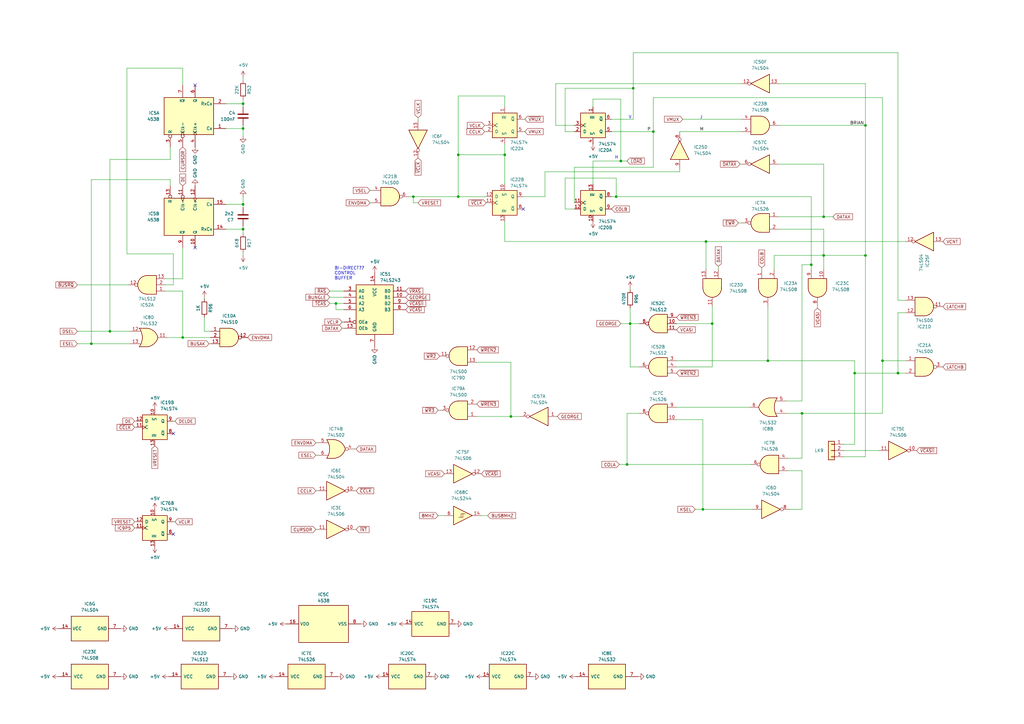
<source format=kicad_sch>
(kicad_sch (version 20230121) (generator eeschema)
  (paper "A3")
  (junction (at 254.635 66.04))
  (junction (at 337.82 88.9))
  (junction (at 332.74 108.585))
  (junction (at 328.93 169.545))
  (junction (at 292.1 132.715))
  (junction (at 259.715 36.195))
  (junction (at 99.695 42.545))
  (junction (at 207.01 63.5))
  (junction (at 45.085 135.89))
  (junction (at 74.93 138.43))
  (junction (at 288.29 208.915))
  (junction (at 314.96 147.955))
  (junction (at 187.96 63.5))
  (junction (at 169.545 80.645))
  (junction (at 337.82 104.775))
  (junction (at 99.695 52.705))
  (junction (at 368.3 153.035))
  (junction (at 289.56 99.06))
  (junction (at 354.965 51.435))
  (junction (at 267.97 53.975))
  (junction (at 252.73 80.645))
  (junction (at 257.175 190.5))
  (junction (at 361.95 147.955))
  (junction (at 258.445 132.715))
  (junction (at 137.795 124.46))
  (junction (at 354.965 104.775))
  (junction (at 37.465 140.97))
  (junction (at 99.695 83.82))
  (junction (at 209.55 170.815))
  (junction (at 187.96 80.645))
  (junction (at 99.695 93.98))
  (junction (at 350.52 153.035))
  (no_connect (at 71.12 177.8))
  (no_connect (at 80.01 101.6))
  (no_connect (at 71.12 219.075))
  (no_connect (at 214.63 85.725))
  (no_connect (at 80.01 34.925))
  (wire (pts (xy 312.42 109.855) (xy 312.42 110.49)))
  (wire (pts (xy 319.405 88.9) (xy 337.82 88.9)))
  (wire (pts (xy 52.07 27.94) (xy 74.93 27.94)))
  (wire (pts (xy 235.585 85.725) (xy 231.775 85.725)))
  (wire (pts (xy 288.29 172.085) (xy 277.495 172.085)))
  (wire (pts (xy 332.74 108.585) (xy 332.74 110.49)))
  (wire (pts (xy 31.75 135.89) (xy 45.085 135.89)))
  (wire (pts (xy 235.585 68.58) (xy 267.97 68.58)))
  (wire (pts (xy 323.85 208.915) (xy 328.93 208.915)))
  (wire (pts (xy 328.93 164.465) (xy 328.93 108.585)))
  (wire (pts (xy 187.96 39.37) (xy 207.01 39.37)))
  (wire (pts (xy 198.755 53.975) (xy 199.39 53.975)))
  (wire (pts (xy 288.29 208.915) (xy 288.29 172.085)))
  (wire (pts (xy 371.475 128.27) (xy 368.3 128.27)))
  (wire (pts (xy 350.52 153.035) (xy 368.3 153.035)))
  (wire (pts (xy 74.93 27.94) (xy 74.93 34.925)))
  (wire (pts (xy 69.85 65.405) (xy 69.85 60.325)))
  (wire (pts (xy 55.245 172.72) (xy 55.88 172.72)))
  (wire (pts (xy 167.64 80.645) (xy 169.545 80.645)))
  (wire (pts (xy 207.01 63.5) (xy 207.01 75.565)))
  (wire (pts (xy 86.36 135.89) (xy 83.82 135.89)))
  (wire (pts (xy 55.245 175.26) (xy 55.88 175.26)))
  (wire (pts (xy 207.01 99.06) (xy 289.56 99.06)))
  (wire (pts (xy 257.175 169.545) (xy 257.175 190.5)))
  (wire (pts (xy 140.335 134.62) (xy 140.97 134.62)))
  (wire (pts (xy 354.965 104.775) (xy 354.965 187.325)))
  (wire (pts (xy 322.58 169.545) (xy 328.93 169.545)))
  (wire (pts (xy 328.93 208.915) (xy 328.93 193.04)))
  (wire (pts (xy 361.95 40.005) (xy 267.97 40.005)))
  (wire (pts (xy 207.01 39.37) (xy 207.01 43.815)))
  (wire (pts (xy 322.58 164.465) (xy 328.93 164.465)))
  (wire (pts (xy 99.695 83.82) (xy 99.695 80.645)))
  (wire (pts (xy 99.695 42.545) (xy 99.695 40.64)))
  (wire (pts (xy 280.035 48.895) (xy 304.165 48.895)))
  (wire (pts (xy 74.93 119.38) (xy 74.93 138.43)))
  (wire (pts (xy 277.495 150.495) (xy 292.1 150.495)))
  (wire (pts (xy 53.34 140.97) (xy 37.465 140.97)))
  (wire (pts (xy 258.445 118.11) (xy 258.445 118.745)))
  (wire (pts (xy 337.82 93.98) (xy 337.82 104.775)))
  (wire (pts (xy 257.175 190.5) (xy 307.975 190.5)))
  (wire (pts (xy 231.775 36.195) (xy 259.715 36.195)))
  (wire (pts (xy 259.715 48.895) (xy 250.825 48.895)))
  (wire (pts (xy 68.58 138.43) (xy 74.93 138.43)))
  (wire (pts (xy 140.97 121.92) (xy 135.255 121.92)))
  (wire (pts (xy 151.765 78.105) (xy 152.4 78.105)))
  (wire (pts (xy 292.1 150.495) (xy 292.1 132.715)))
  (wire (pts (xy 278.765 70.485) (xy 223.52 70.485)))
  (wire (pts (xy 302.895 91.44) (xy 304.165 91.44)))
  (wire (pts (xy 350.52 147.955) (xy 350.52 153.035)))
  (wire (pts (xy 350.52 153.035) (xy 350.52 182.245)))
  (wire (pts (xy 195.58 148.59) (xy 209.55 148.59)))
  (wire (pts (xy 254.635 66.04) (xy 243.205 66.04)))
  (wire (pts (xy 187.96 80.645) (xy 199.39 80.645)))
  (wire (pts (xy 314.96 147.955) (xy 350.52 147.955)))
  (wire (pts (xy 169.545 80.645) (xy 169.545 83.185)))
  (wire (pts (xy 337.82 104.775) (xy 337.82 110.49)))
  (wire (pts (xy 99.695 52.705) (xy 92.71 52.705)))
  (wire (pts (xy 354.965 34.29) (xy 354.965 51.435)))
  (wire (pts (xy 99.695 93.98) (xy 92.71 93.98)))
  (wire (pts (xy 67.945 119.38) (xy 74.93 119.38)))
  (wire (pts (xy 354.965 51.435) (xy 354.965 104.775)))
  (wire (pts (xy 71.755 172.72) (xy 71.12 172.72)))
  (wire (pts (xy 99.695 93.98) (xy 99.695 95.885)))
  (wire (pts (xy 350.52 182.245) (xy 346.075 182.245)))
  (wire (pts (xy 243.205 40.64) (xy 254.635 40.64)))
  (wire (pts (xy 137.795 124.46) (xy 140.97 124.46)))
  (wire (pts (xy 361.95 147.955) (xy 361.95 40.005)))
  (wire (pts (xy 314.96 125.73) (xy 314.96 147.955)))
  (wire (pts (xy 319.405 67.31) (xy 337.82 67.31)))
  (wire (pts (xy 278.765 69.215) (xy 278.765 70.485)))
  (wire (pts (xy 179.705 211.455) (xy 182.245 211.455)))
  (wire (pts (xy 328.93 108.585) (xy 332.74 108.585)))
  (wire (pts (xy 227.965 51.435) (xy 235.585 51.435)))
  (wire (pts (xy 99.695 43.815) (xy 99.695 42.545)))
  (wire (pts (xy 223.52 80.645) (xy 214.63 80.645)))
  (wire (pts (xy 332.74 80.645) (xy 332.74 108.585)))
  (wire (pts (xy 85.725 140.97) (xy 86.36 140.97)))
  (wire (pts (xy 262.255 150.495) (xy 258.445 150.495)))
  (wire (pts (xy 169.545 83.185) (xy 171.45 83.185)))
  (wire (pts (xy 319.405 51.435) (xy 354.965 51.435)))
  (wire (pts (xy 346.075 187.325) (xy 354.965 187.325)))
  (wire (pts (xy 45.085 65.405) (xy 69.85 65.405)))
  (wire (pts (xy 328.93 193.04) (xy 323.215 193.04)))
  (wire (pts (xy 259.715 36.195) (xy 259.715 48.895)))
  (wire (pts (xy 99.695 31.75) (xy 99.695 33.02)))
  (wire (pts (xy 277.495 132.715) (xy 292.1 132.715)))
  (wire (pts (xy 195.58 170.815) (xy 209.55 170.815)))
  (wire (pts (xy 74.93 138.43) (xy 86.36 138.43)))
  (wire (pts (xy 67.945 116.84) (xy 71.12 116.84)))
  (wire (pts (xy 209.55 170.815) (xy 213.36 170.815)))
  (wire (pts (xy 151.765 83.185) (xy 152.4 83.185)))
  (wire (pts (xy 146.05 184.15) (xy 145.415 184.15)))
  (wire (pts (xy 129.54 181.61) (xy 130.175 181.61)))
  (wire (pts (xy 67.945 114.3) (xy 74.93 114.3)))
  (wire (pts (xy 243.205 43.815) (xy 243.205 40.64)))
  (wire (pts (xy 361.95 169.545) (xy 361.95 147.955)))
  (wire (pts (xy 254.635 40.64) (xy 254.635 66.04)))
  (wire (pts (xy 146.05 201.295) (xy 145.415 201.295)))
  (wire (pts (xy 179.705 168.275) (xy 180.34 168.275)))
  (wire (pts (xy 140.97 127) (xy 137.795 127)))
  (wire (pts (xy 304.165 34.29) (xy 227.965 34.29)))
  (wire (pts (xy 319.405 34.29) (xy 354.965 34.29)))
  (wire (pts (xy 31.75 116.84) (xy 52.705 116.84)))
  (wire (pts (xy 289.56 99.06) (xy 371.475 99.06)))
  (wire (pts (xy 74.93 114.3) (xy 74.93 101.6)))
  (wire (pts (xy 99.695 85.09) (xy 99.695 83.82)))
  (wire (pts (xy 368.3 21.59) (xy 368.3 123.19)))
  (wire (pts (xy 129.54 186.69) (xy 130.175 186.69)))
  (wire (pts (xy 31.75 140.97) (xy 37.465 140.97)))
  (wire (pts (xy 215.265 48.895) (xy 214.63 48.895)))
  (wire (pts (xy 259.715 21.59) (xy 368.3 21.59)))
  (wire (pts (xy 53.34 135.89) (xy 45.085 135.89)))
  (wire (pts (xy 209.55 148.59) (xy 209.55 170.815)))
  (wire (pts (xy 258.445 132.715) (xy 258.445 150.495)))
  (wire (pts (xy 278.765 53.975) (xy 304.165 53.975)))
  (wire (pts (xy 252.73 73.025) (xy 252.73 80.645)))
  (wire (pts (xy 254.635 132.715) (xy 258.445 132.715)))
  (wire (pts (xy 146.05 217.17) (xy 145.415 217.17)))
  (wire (pts (xy 335.28 126.365) (xy 335.28 125.73)))
  (wire (pts (xy 187.96 63.5) (xy 187.96 39.37)))
  (wire (pts (xy 99.695 104.775) (xy 99.695 103.505)))
  (wire (pts (xy 262.255 169.545) (xy 257.175 169.545)))
  (wire (pts (xy 137.795 127) (xy 137.795 124.46)))
  (wire (pts (xy 259.715 36.195) (xy 259.715 21.59)))
  (wire (pts (xy 258.445 126.365) (xy 258.445 132.715)))
  (wire (pts (xy 250.825 80.645) (xy 252.73 80.645)))
  (wire (pts (xy 243.205 66.04) (xy 243.205 75.565)))
  (wire (pts (xy 135.255 119.38) (xy 140.97 119.38)))
  (wire (pts (xy 254.635 66.04) (xy 257.175 66.04)))
  (wire (pts (xy 197.485 211.455) (xy 200.025 211.455)))
  (wire (pts (xy 71.12 116.84) (xy 71.12 104.14)))
  (wire (pts (xy 346.075 184.785) (xy 360.68 184.785)))
  (wire (pts (xy 99.695 83.82) (xy 92.71 83.82)))
  (wire (pts (xy 337.82 104.775) (xy 354.965 104.775)))
  (wire (pts (xy 169.545 80.645) (xy 187.96 80.645)))
  (wire (pts (xy 267.97 53.975) (xy 250.825 53.975)))
  (wire (pts (xy 368.3 128.27) (xy 368.3 153.035)))
  (wire (pts (xy 83.82 135.89) (xy 83.82 130.175)))
  (wire (pts (xy 99.695 51.435) (xy 99.695 52.705)))
  (wire (pts (xy 254 190.5) (xy 257.175 190.5)))
  (wire (pts (xy 277.495 147.955) (xy 314.96 147.955)))
  (wire (pts (xy 294.64 109.22) (xy 294.64 110.49)))
  (wire (pts (xy 285.115 208.915) (xy 288.29 208.915)))
  (wire (pts (xy 323.215 187.96) (xy 328.93 187.96)))
  (wire (pts (xy 328.93 169.545) (xy 328.93 187.96)))
  (wire (pts (xy 252.73 80.645) (xy 332.74 80.645)))
  (wire (pts (xy 37.465 140.97) (xy 37.465 73.66)))
  (wire (pts (xy 258.445 132.715) (xy 262.255 132.715)))
  (wire (pts (xy 231.775 73.025) (xy 252.73 73.025)))
  (wire (pts (xy 99.695 92.71) (xy 99.695 93.98)))
  (wire (pts (xy 223.52 70.485) (xy 223.52 80.645)))
  (wire (pts (xy 267.97 68.58) (xy 267.97 53.975)))
  (wire (pts (xy 52.07 104.14) (xy 52.07 27.94)))
  (wire (pts (xy 303.53 67.31) (xy 304.165 67.31)))
  (wire (pts (xy 198.755 51.435) (xy 199.39 51.435)))
  (wire (pts (xy 267.97 40.005) (xy 267.97 53.975)))
  (wire (pts (xy 171.45 49.53) (xy 171.45 48.26)))
  (wire (pts (xy 137.795 124.46) (xy 135.255 124.46)))
  (wire (pts (xy 55.245 216.535) (xy 55.88 216.535)))
  (wire (pts (xy 289.56 99.06) (xy 289.56 110.49)))
  (wire (pts (xy 231.775 85.725) (xy 231.775 73.025)))
  (wire (pts (xy 308.61 208.915) (xy 288.29 208.915)))
  (wire (pts (xy 69.85 73.66) (xy 69.85 76.2)))
  (wire (pts (xy 368.3 153.035) (xy 371.475 153.035)))
  (wire (pts (xy 99.695 52.705) (xy 99.695 55.88)))
  (wire (pts (xy 55.245 213.995) (xy 55.88 213.995)))
  (wire (pts (xy 187.96 63.5) (xy 187.96 80.645)))
  (wire (pts (xy 129.54 217.17) (xy 130.175 217.17)))
  (wire (pts (xy 328.93 169.545) (xy 361.95 169.545)))
  (wire (pts (xy 292.1 132.715) (xy 292.1 125.73)))
  (wire (pts (xy 45.085 135.89) (xy 45.085 65.405)))
  (wire (pts (xy 361.95 147.955) (xy 371.475 147.955)))
  (wire (pts (xy 277.495 167.005) (xy 307.34 167.005)))
  (wire (pts (xy 235.585 83.185) (xy 235.585 68.58)))
  (wire (pts (xy 99.695 42.545) (xy 92.71 42.545)))
  (wire (pts (xy 207.01 90.805) (xy 207.01 99.06)))
  (wire (pts (xy 129.54 201.295) (xy 130.175 201.295)))
  (wire (pts (xy 83.82 121.92) (xy 83.82 122.555)))
  (wire (pts (xy 231.775 53.975) (xy 231.775 36.195)))
  (wire (pts (xy 337.82 88.9) (xy 337.82 67.31)))
  (wire (pts (xy 71.12 104.14) (xy 52.07 104.14)))
  (wire (pts (xy 368.3 123.19) (xy 371.475 123.19)))
  (wire (pts (xy 337.82 88.9) (xy 341.63 88.9)))
  (wire (pts (xy 37.465 73.66) (xy 69.85 73.66)))
  (wire (pts (xy 207.01 63.5) (xy 187.96 63.5)))
  (wire (pts (xy 140.335 132.08) (xy 140.97 132.08)))
  (wire (pts (xy 317.5 110.49) (xy 317.5 104.775)))
  (wire (pts (xy 319.405 93.98) (xy 337.82 93.98)))
  (wire (pts (xy 317.5 104.775) (xy 337.82 104.775)))
  (wire (pts (xy 207.01 59.055) (xy 207.01 63.5)))
  (wire (pts (xy 215.265 53.975) (xy 214.63 53.975)))
  (wire (pts (xy 71.755 213.995) (xy 71.12 213.995)))
  (wire (pts (xy 235.585 53.975) (xy 231.775 53.975)))
  (wire (pts (xy 227.965 34.29) (xy 227.965 51.435)))
  (text "V" (at 257.81 48.895 0) (effects (font (size 1.27 1.27)) (justify left bottom)))
  (text "BI-DIRECT??\nCONTROL\nBUFFER" (at 137.16 114.935 0) (effects (font (size 1.27 1.27)) (justify left bottom)))
  (text "H" (at 252.095 65.405 0) (effects (font (size 1.27 1.27)) (justify left bottom)))
  (text "J" (at 287.02 48.895 0) (effects (font (size 1.27 1.27)) (justify left bottom)))
  (label "BRIAN" (at 348.615 51.435 0))
  (label "M" (at 287.02 53.975 0))
  (label "P" (at 265.43 53.975 0))
  (global_label "CCLK" (shape input) (at 198.755 53.975 180) (property "Intersheetrefs" "${INTERSHEET_REFS}" (effects hide)))
  (global_label "COLB" (shape input) (at 312.42 109.855 90) (property "Intersheetrefs" "${INTERSHEET_REFS}" (effects hide)))
  (global_label "ESEL" (shape input) (at 31.75 140.97 180) (property "Intersheetrefs" "${INTERSHEET_REFS}" (effects hide)))
  (global_label "~{VCASII}" (shape input) (at 166.37 124.46 0) (property "Intersheetrefs" "${INTERSHEET_REFS}" (effects hide)))
  (global_label "~{VCLK}" (shape input) (at 171.45 64.77 270) (property "Intersheetrefs" "${INTERSHEET_REFS}" (effects hide)))
  (global_label "ENVDMA" (shape input) (at 101.6 138.43 0) (property "Intersheetrefs" "${INTERSHEET_REFS}" (effects hide)))
  (global_label "DATAX" (shape input) (at 140.335 134.62 180) (property "Intersheetrefs" "${INTERSHEET_REFS}" (effects hide)))
  (global_label "BUNGLE" (shape input) (at 135.255 121.92 180) (property "Intersheetrefs" "${INTERSHEET_REFS}" (effects hide)))
  (global_label "~{WREN3}" (shape input) (at 195.58 165.735 0) (property "Intersheetrefs" "${INTERSHEET_REFS}" (effects hide)))
  (global_label "GEORGE" (shape input) (at 228.6 170.815 0) (property "Intersheetrefs" "${INTERSHEET_REFS}" (effects hide)))
  (global_label "VCNT" (shape input) (at 386.715 99.06 0) (property "Intersheetrefs" "${INTERSHEET_REFS}" (effects hide)))
  (global_label "LATCHR" (shape input) (at 386.715 125.73 0) (property "Intersheetrefs" "${INTERSHEET_REFS}" (effects hide)))
  (global_label "IC9P5" (shape input) (at 55.245 216.535 180) (property "Intersheetrefs" "${INTERSHEET_REFS}" (effects hide)))
  (global_label "~{VCASI}" (shape input) (at 166.37 127 0) (property "Intersheetrefs" "${INTERSHEET_REFS}" (effects hide)))
  (global_label "DELDE" (shape input) (at 71.755 172.72 0) (property "Intersheetrefs" "${INTERSHEET_REFS}" (effects hide)))
  (global_label "DE" (shape input) (at 74.93 76.2 90) (property "Intersheetrefs" "${INTERSHEET_REFS}" (effects hide)))
  (global_label "~{EWR}" (shape input) (at 302.895 91.44 180) (property "Intersheetrefs" "${INTERSHEET_REFS}" (effects hide)))
  (global_label "VRESET" (shape input) (at 171.45 83.185 0) (property "Intersheetrefs" "${INTERSHEET_REFS}" (effects hide)))
  (global_label "BUS8MHZ" (shape input) (at 200.025 211.455 0) (property "Intersheetrefs" "${INTERSHEET_REFS}" (effects hide)))
  (global_label "KSEL" (shape input) (at 285.115 208.915 180) (property "Intersheetrefs" "${INTERSHEET_REFS}" (effects hide)))
  (global_label "~{CCLK}" (shape input) (at 55.245 175.26 180) (property "Intersheetrefs" "${INTERSHEET_REFS}" (effects hide)))
  (global_label "VRESET" (shape input) (at 55.245 213.995 180) (property "Intersheetrefs" "${INTERSHEET_REFS}" (effects hide)))
  (global_label "~{BUSRQ}" (shape input) (at 31.75 116.84 180) (property "Intersheetrefs" "${INTERSHEET_REFS}" (effects hide)))
  (global_label "DE" (shape input) (at 55.245 172.72 180) (property "Intersheetrefs" "${INTERSHEET_REFS}" (effects hide)))
  (global_label "~{LOAD}" (shape input) (at 257.175 66.04 0) (property "Intersheetrefs" "${INTERSHEET_REFS}" (effects hide)))
  (global_label "VMUX" (shape input) (at 280.035 48.895 180) (property "Intersheetrefs" "${INTERSHEET_REFS}" (effects hide)))
  (global_label "COLB" (shape input) (at 250.825 85.725 0) (property "Intersheetrefs" "${INTERSHEET_REFS}" (effects hide)))
  (global_label "VCLK" (shape input) (at 198.755 51.435 180) (property "Intersheetrefs" "${INTERSHEET_REFS}" (effects hide)))
  (global_label "~{VCLK}" (shape input) (at 199.39 83.185 180) (property "Intersheetrefs" "${INTERSHEET_REFS}" (effects hide)))
  (global_label "VCASI" (shape input) (at 277.495 135.255 0) (property "Intersheetrefs" "${INTERSHEET_REFS}" (effects hide)))
  (global_label "ESEL" (shape input) (at 129.54 186.69 180) (property "Intersheetrefs" "${INTERSHEET_REFS}" (effects hide)))
  (global_label "LATCHB" (shape input) (at 386.715 150.495 0) (property "Intersheetrefs" "${INTERSHEET_REFS}" (effects hide)))
  (global_label "~{CCLK}" (shape input) (at 146.05 201.295 0) (property "Intersheetrefs" "${INTERSHEET_REFS}" (effects hide)))
  (global_label "VCLK" (shape input) (at 171.45 48.26 90) (property "Intersheetrefs" "${INTERSHEET_REFS}" (effects hide)))
  (global_label "ENVDMA" (shape input) (at 151.765 83.185 180) (property "Intersheetrefs" "${INTERSHEET_REFS}" (effects hide)))
  (global_label "~{WREN2}" (shape input) (at 195.58 143.51 0) (property "Intersheetrefs" "${INTERSHEET_REFS}" (effects hide)))
  (global_label "DSEL" (shape input) (at 31.75 135.89 180) (property "Intersheetrefs" "${INTERSHEET_REFS}" (effects hide)))
  (global_label "~{VMUX}" (shape input) (at 215.265 48.895 0) (property "Intersheetrefs" "${INTERSHEET_REFS}" (effects hide)))
  (global_label "VCASI" (shape input) (at 182.245 194.31 180) (property "Intersheetrefs" "${INTERSHEET_REFS}" (effects hide)))
  (global_label "~{WR2}" (shape input) (at 180.34 146.05 180) (property "Intersheetrefs" "${INTERSHEET_REFS}" (effects hide)))
  (global_label "8MHZ" (shape input) (at 179.705 211.455 180) (property "Intersheetrefs" "${INTERSHEET_REFS}" (effects hide)))
  (global_label "GEORGE" (shape input) (at 254.635 132.715 180) (property "Intersheetrefs" "${INTERSHEET_REFS}" (effects hide)))
  (global_label "VCASI" (shape input) (at 335.28 126.365 270) (property "Intersheetrefs" "${INTERSHEET_REFS}" (effects hide)))
  (global_label "DATAX" (shape input) (at 146.05 184.15 0) (property "Intersheetrefs" "${INTERSHEET_REFS}" (effects hide)))
  (global_label "~{WREN3}" (shape input) (at 277.495 130.175 0) (property "Intersheetrefs" "${INTERSHEET_REFS}" (effects hide)))
  (global_label "VSEL" (shape input) (at 151.765 78.105 180) (property "Intersheetrefs" "${INTERSHEET_REFS}" (effects hide)))
  (global_label "COLA" (shape input) (at 254 190.5 180) (property "Intersheetrefs" "${INTERSHEET_REFS}" (effects hide)))
  (global_label "~{INT}" (shape input) (at 146.05 217.17 0) (property "Intersheetrefs" "${INTERSHEET_REFS}" (effects hide)))
  (global_label "DATAX" (shape input) (at 294.64 109.22 90) (property "Intersheetrefs" "${INTERSHEET_REFS}" (effects hide)))
  (global_label "~{VCASI}" (shape input) (at 197.485 194.31 0) (property "Intersheetrefs" "${INTERSHEET_REFS}" (effects hide)))
  (global_label "DATAX" (shape input) (at 341.63 88.9 0) (property "Intersheetrefs" "${INTERSHEET_REFS}" (effects hide)))
  (global_label "~{TCAS}" (shape input) (at 135.255 124.46 180) (property "Intersheetrefs" "${INTERSHEET_REFS}" (effects hide)))
  (global_label "~{RAS}" (shape input) (at 135.255 119.38 180) (property "Intersheetrefs" "${INTERSHEET_REFS}" (effects hide)))
  (global_label "CURSOR" (shape input) (at 129.54 217.17 180) (property "Intersheetrefs" "${INTERSHEET_REFS}" (effects hide)))
  (global_label "ENVDMA" (shape input) (at 129.54 181.61 180) (property "Intersheetrefs" "${INTERSHEET_REFS}" (effects hide)))
  (global_label "~{WR3}" (shape input) (at 179.705 168.275 180) (property "Intersheetrefs" "${INTERSHEET_REFS}" (effects hide)))
  (global_label "~{WREN2}" (shape input) (at 277.495 153.035 0) (property "Intersheetrefs" "${INTERSHEET_REFS}" (effects hide)))
  (global_label "GEORGE" (shape input) (at 166.37 121.92 0) (property "Intersheetrefs" "${INTERSHEET_REFS}" (effects hide)))
  (global_label "CCLK" (shape input) (at 129.54 201.295 180) (property "Intersheetrefs" "${INTERSHEET_REFS}" (effects hide)))
  (global_label "VCLR" (shape input) (at 71.755 213.995 0) (property "Intersheetrefs" "${INTERSHEET_REFS}" (effects hide)))
  (global_label "VMUX" (shape input) (at 215.265 53.975 0) (property "Intersheetrefs" "${INTERSHEET_REFS}" (effects hide)))
  (global_label "~{VRAS}" (shape input) (at 166.37 119.38 0) (property "Intersheetrefs" "${INTERSHEET_REFS}" (effects hide)))
  (global_label "BUSAK" (shape input) (at 85.725 140.97 180) (property "Intersheetrefs" "${INTERSHEET_REFS}" (effects hide)))
  (global_label "VCLR" (shape input) (at 140.335 132.08 180) (property "Intersheetrefs" "${INTERSHEET_REFS}" (effects hide)))
  (global_label "~{VCASII}" (shape input) (at 375.92 184.785 0) (property "Intersheetrefs" "${INTERSHEET_REFS}" (effects hide)))
  (global_label "VRESET" (shape input) (at 63.5 182.88 270) (property "Intersheetrefs" "${INTERSHEET_REFS}" (effects hide)))
  (global_label "~{DATAX}" (shape input) (at 303.53 67.31 180) (property "Intersheetrefs" "${INTERSHEET_REFS}" (effects hide)))
  (global_label "CURSOR" (shape input) (at 74.93 60.325 270) (property "Intersheetrefs" "${INTERSHEET_REFS}" (effects hide)))
  (symbol (lib_id "74xx:74LS00") (at 379.095 150.495 0) (unit 1)
    (property "Reference" "IC21" (at 379.0867 141.605 0))
    (property "Value" "74LS00" (at 379.0867 144.145 0))
    (property "Footprint" "96K-Lynx:DIP-14_W7.62mm" (effects hide))
    (property "Datasheet" "http://www.ti.com/lit/gpn/sn74ls00" (effects hide))
  )
  (symbol (lib_id "power:GND") (at 80.01 76.2 0) (mirror x) (unit 1)
    (property "Reference" "#PWR090" (effects hide))
    (property "Value" "GND" (at 80.01 73.025 90) (effects (justify right)))
    (instances (project "lynx96" (path "" (reference "#PWR090") (unit 1)) (path "" (reference "#PWR0202") (unit 1))) (project "lynx128" (path "" (reference "#PWR040") (unit 1)) (path "" (reference "#PWR0203") (unit 1)) (path "" (reference "#PWR051") (unit 1)) (path "" (reference "#PWR087") (unit 1)) (path "" (reference "#PWR0117") (unit 1)) (path "" (reference "#PWR0182") (unit 1)) (path "" (reference "#PWR0228") (unit 1))))
  )
  (symbol (lib_id "74xx:74LS12") (at 269.875 132.715 0) (mirror y) (unit 3)
    (property "Reference" "IC52" (at 269.8833 124.46 0))
    (property "Value" "74LS12" (at 269.8833 127 0))
    (property "Footprint" "96K-Lynx:DIP-14_W7.62mm" (effects hide))
    (property "Datasheet" "http://www.ti.com/lit/gpn/sn74LS12" (effects hide))
  )
  (symbol (lib_id "74xx:74LS04") (at 220.98 170.815 180) (unit 1)
    (property "Reference" "IC57" (at 220.98 162.56 0))
    (property "Value" "74LS04" (at 220.98 165.1 0))
    (property "Footprint" "96K-Lynx:DIP-14_W7.62mm" (effects hide))
    (property "Datasheet" "http://www.ti.com/lit/gpn/sn74LS04" (effects hide))
  )
  (symbol (lib_id "power:+5V") (at 63.5 208.915 0) (unit 1)
    (property "Reference" "#PWR069" (effects hide))
    (property "Value" "+5V" (at 63.5 204.47 0))
    (instances (project "lynx96" (path "" (reference "#PWR069") (unit 1)) (path "" (reference "#PWR0129") (unit 1)) (path "" (reference "#PWR0129") (unit 1))) (project "lynx128" (path "" (reference "#PWR015") (unit 1)) (path "" (reference "#PWR084") (unit 1))))
  )
  (symbol (lib_id "power:+5V") (at 99.695 31.75 0) (mirror y) (unit 1)
    (property "Reference" "#PWR0206" (effects hide))
    (property "Value" "+5V" (at 99.695 26.67 0))
    (instances (project "lynx96" (path "" (reference "#PWR0206") (unit 1))) (project "lynx128" (path "" (reference "#PWR015") (unit 1)) (path "" (reference "#PWR088") (unit 1)) (path "" (reference "#PWR0165") (unit 1)) (path "" (reference "#PWR0197") (unit 1)) (path "" (reference "#PWR0197") (unit 1)) (path "" (reference "#PWR0205") (unit 1))))
  )
  (symbol (lib_id "power:+5V") (at 156.845 277.495 90) (unit 1)
    (property "Reference" "#PWR069" (effects hide))
    (property "Value" "+5V" (at 151.13 277.495 90))
    (instances (project "lynx96" (path "" (reference "#PWR069") (unit 1)) (path "" (reference "#PWR0129") (unit 1)) (path "" (reference "#PWR0188") (unit 1))) (project "lynx128" (path "" (reference "#PWR015") (unit 1)) (path "" (reference "#PWR084") (unit 1))))
  )
  (symbol (lib_id "power:GND") (at 177.165 277.495 90) (mirror x) (unit 1)
    (property "Reference" "#PWR090" (effects hide))
    (property "Value" "GND" (at 180.34 277.495 90) (effects (justify right)))
    (instances (project "lynx96" (path "" (reference "#PWR090") (unit 1)) (path "" (reference "#PWR0187") (unit 1))) (project "lynx128" (path "" (reference "#PWR040") (unit 1)) (path "" (reference "#PWR0203") (unit 1)) (path "" (reference "#PWR051") (unit 1)) (path "" (reference "#PWR087") (unit 1)) (path "" (reference "#PWR0117") (unit 1)) (path "" (reference "#PWR0182") (unit 1)) (path "" (reference "#PWR0228") (unit 1))))
  )
  (symbol (lib_id "Device:R") (at 83.82 126.365 0) (unit 1)
    (property "Reference" "R96" (at 86.36 126.365 90))
    (property "Value" "1K" (at 81.28 126.365 90))
    (property "Footprint" "96K-Lynx:Resistor 4.20mm" (effects hide))
    (instances (project "lynx96" (path "" (reference "R96") (unit 1)) (path "" (reference "R85") (unit 1)) (path "" (reference "R21") (unit 1))) (project "lynx128" (path "" (reference "R60") (unit 1))))
  )
  (symbol (lib_id "power:+5V") (at 69.215 277.495 90) (unit 1)
    (property "Reference" "#PWR069" (effects hide))
    (property "Value" "+5V" (at 63.5 277.495 90))
    (instances (project "lynx96" (path "" (reference "#PWR069") (unit 1)) (path "" (reference "#PWR0129") (unit 1)) (path "" (reference "#PWR0183") (unit 1))) (project "lynx128" (path "" (reference "#PWR015") (unit 1)) (path "" (reference "#PWR084") (unit 1))))
  )
  (symbol (lib_id "74xx:74LS04") (at 137.795 201.295 0) (unit 5)
    (property "Reference" "IC6" (at 137.795 193.04 0))
    (property "Value" "74LS04" (at 137.795 195.58 0))
    (property "Footprint" "96K-Lynx:DIP-14_W7.62mm" (effects hide))
    (property "Datasheet" "http://www.ti.com/lit/gpn/sn74LS04" (effects hide))
  )
  (symbol (lib_id "74xx:74LS08") (at 36.83 277.495 90) (unit 5)
    (property "Reference" "IC23" (at 36.83 267.335 90))
    (property "Value" "74LS08" (at 36.83 269.875 90))
    (property "Footprint" "96K-Lynx:DIP-14_W7.62mm" (effects hide))
    (property "Datasheet" "http://www.ti.com/lit/gpn/sn74LS08" (effects hide))
  )
  (symbol (lib_id "power:+5V") (at 243.205 90.805 180) (unit 1)
    (property "Reference" "#PWR069" (effects hide))
    (property "Value" "+5V" (at 243.205 95.885 0))
    (instances (project "lynx96" (path "" (reference "#PWR069") (unit 1)) (path "" (reference "#PWR0129") (unit 1)) (path "" (reference "#PWR0194") (unit 1))) (project "lynx128" (path "" (reference "#PWR015") (unit 1)) (path "" (reference "#PWR084") (unit 1))))
  )
  (symbol (lib_id "power:+5V") (at 117.475 255.905 90) (unit 1)
    (property "Reference" "#PWR069" (effects hide))
    (property "Value" "+5V" (at 111.76 255.905 90))
    (instances (project "lynx96" (path "" (reference "#PWR069") (unit 1)) (path "" (reference "#PWR0129") (unit 1)) (path "" (reference "#PWR0200") (unit 1))) (project "lynx128" (path "" (reference "#PWR015") (unit 1)) (path "" (reference "#PWR084") (unit 1))))
  )
  (symbol (lib_id "74xx:74LS74") (at 63.5 175.26 0) (unit 2)
    (property "Reference" "IC19" (at 65.6941 165.1 0) (effects (justify left)))
    (property "Value" "74LS74" (at 65.6941 167.64 0) (effects (justify left)))
    (property "Footprint" "96K-Lynx:DIP-14_W7.62mm" (effects hide))
    (property "Datasheet" "74xx/74hc_hct74.pdf" (effects hide))
  )
  (symbol (lib_id "74xx:74LS74") (at 167.005 277.495 90) (unit 3)
    (property "Reference" "IC20" (at 167.005 267.97 90))
    (property "Value" "74LS74" (at 167.005 270.51 90))
    (property "Footprint" "96K-Lynx:DIP-14_W7.62mm" (effects hide))
    (property "Datasheet" "74xx/74hc_hct74.pdf" (effects hide))
  )
  (symbol (lib_id "power:GND") (at 99.695 55.88 0) (unit 1)
    (property "Reference" "#PWR0203" (effects hide))
    (property "Value" "GND" (at 99.695 59.055 90) (effects (justify right)))
    (instances (project "lynx96" (path "" (reference "#PWR0203") (unit 1))) (project "lynx128" (path "" (reference "#PWR040") (unit 1)) (path "" (reference "#PWR0203") (unit 1)) (path "" (reference "#PWR051") (unit 1)) (path "" (reference "#PWR087") (unit 1)) (path "" (reference "#PWR0117") (unit 1)) (path "" (reference "#PWR0182") (unit 1)) (path "" (reference "#PWR0204") (unit 1))))
  )
  (symbol (lib_id "power:+5V") (at 113.03 277.495 90) (unit 1)
    (property "Reference" "#PWR069" (effects hide))
    (property "Value" "+5V" (at 107.315 277.495 90))
    (instances (project "lynx96" (path "" (reference "#PWR069") (unit 1)) (path "" (reference "#PWR0129") (unit 1)) (path "" (reference "#PWR0186") (unit 1))) (project "lynx128" (path "" (reference "#PWR015") (unit 1)) (path "" (reference "#PWR084") (unit 1))))
  )
  (symbol (lib_id "74xx:74LS08") (at 311.785 51.435 0) (unit 2)
    (property "Reference" "IC23" (at 311.7767 42.545 0))
    (property "Value" "74LS08" (at 311.7767 45.085 0))
    (property "Footprint" "96K-Lynx:DIP-14_W7.62mm" (effects hide))
    (property "Datasheet" "http://www.ti.com/lit/gpn/sn74LS08" (effects hide))
  )
  (symbol (lib_id "power:+5V") (at 166.37 255.905 90) (unit 1)
    (property "Reference" "#PWR069" (effects hide))
    (property "Value" "+5V" (at 160.655 255.905 90))
    (instances (project "lynx96" (path "" (reference "#PWR069") (unit 1)) (path "" (reference "#PWR0129") (unit 1)) (path "" (reference "#PWR0209") (unit 1))) (project "lynx128" (path "" (reference "#PWR015") (unit 1)) (path "" (reference "#PWR084") (unit 1))))
  )
  (symbol (lib_id "74xx:74LS04") (at 171.45 57.15 270) (unit 6)
    (property "Reference" "IC6" (at 177.165 55.88 90) (effects (justify left)))
    (property "Value" "74LS04" (at 177.165 58.42 90) (effects (justify left)))
    (property "Footprint" "96K-Lynx:DIP-14_W7.62mm" (effects hide))
    (property "Datasheet" "http://www.ti.com/lit/gpn/sn74LS04" (effects hide))
  )
  (symbol (lib_id "power:GND") (at 153.67 142.24 0) (mirror y) (unit 1)
    (property "Reference" "#PWR090" (effects hide))
    (property "Value" "GND" (at 153.67 145.415 90) (effects (justify right)))
    (instances (project "lynx96" (path "" (reference "#PWR090") (unit 1)) (path "" (reference "#PWR0132") (unit 1))) (project "lynx128" (path "" (reference "#PWR040") (unit 1)) (path "" (reference "#PWR0203") (unit 1)) (path "" (reference "#PWR051") (unit 1)) (path "" (reference "#PWR087") (unit 1)) (path "" (reference "#PWR0117") (unit 1)) (path "" (reference "#PWR0182") (unit 1)) (path "" (reference "#PWR0228") (unit 1))))
  )
  (symbol (lib_id "74xx:74LS244_Split") (at 189.865 211.455 0) (unit 3)
    (property "Reference" "IC68" (at 189.23 201.93 0))
    (property "Value" "74LS244" (at 189.23 204.47 0))
    (property "Footprint" "96K-Lynx:DIP-20_W7.62mm" (effects hide))
    (property "Datasheet" "http://www.ti.com/lit/ds/symlink/sn74ls241.pdf" (effects hide))
  )
  (symbol (lib_id "74xx:74LS08") (at 335.28 118.11 90) (mirror x) (unit 3)
    (property "Reference" "IC23" (at 345.44 116.205 90))
    (property "Value" "74LS08" (at 344.805 118.745 90))
    (property "Footprint" "96K-Lynx:DIP-14_W7.62mm" (effects hide))
    (property "Datasheet" "http://www.ti.com/lit/gpn/sn74LS08" (effects hide))
  )
  (symbol (lib_id "power:GND") (at 80.01 60.325 0) (mirror y) (unit 1)
    (property "Reference" "#PWR0207" (effects hide))
    (property "Value" "GND" (at 80.01 63.5 90) (effects (justify right)))
    (instances (project "lynx96" (path "" (reference "#PWR0207") (unit 1))) (project "lynx128" (path "" (reference "#PWR040") (unit 1)) (path "" (reference "#PWR0203") (unit 1)) (path "" (reference "#PWR051") (unit 1)) (path "" (reference "#PWR087") (unit 1)) (path "" (reference "#PWR0117") (unit 1)) (path "" (reference "#PWR0182") (unit 1)) (path "" (reference "#PWR0204") (unit 1))))
  )
  (symbol (lib_id "power:GND") (at 138.43 277.495 90) (mirror x) (unit 1)
    (property "Reference" "#PWR090" (effects hide))
    (property "Value" "GND" (at 141.605 277.495 90) (effects (justify right)))
    (instances (project "lynx96" (path "" (reference "#PWR090") (unit 1)) (path "" (reference "#PWR0185") (unit 1))) (project "lynx128" (path "" (reference "#PWR040") (unit 1)) (path "" (reference "#PWR0203") (unit 1)) (path "" (reference "#PWR051") (unit 1)) (path "" (reference "#PWR087") (unit 1)) (path "" (reference "#PWR0117") (unit 1)) (path "" (reference "#PWR0182") (unit 1)) (path "" (reference "#PWR0228") (unit 1))))
  )
  (symbol (lib_id "74xx:74LS02") (at 137.795 184.15 0) (unit 2)
    (property "Reference" "IC74" (at 137.795 175.895 0))
    (property "Value" "74LS02" (at 137.795 178.435 0))
    (property "Footprint" "96K-Lynx:DIP-14_W7.62mm" (effects hide))
    (property "Datasheet" "http://www.ti.com/lit/gpn/sn74ls02" (effects hide))
  )
  (symbol (lib_id "power:GND") (at 94.615 277.495 90) (mirror x) (unit 1)
    (property "Reference" "#PWR090" (effects hide))
    (property "Value" "GND" (at 97.79 277.495 90) (effects (justify right)))
    (instances (project "lynx96" (path "" (reference "#PWR090") (unit 1)) (path "" (reference "#PWR0153") (unit 1))) (project "lynx128" (path "" (reference "#PWR040") (unit 1)) (path "" (reference "#PWR0203") (unit 1)) (path "" (reference "#PWR051") (unit 1)) (path "" (reference "#PWR087") (unit 1)) (path "" (reference "#PWR0117") (unit 1)) (path "" (reference "#PWR0182") (unit 1)) (path "" (reference "#PWR0228") (unit 1))))
  )
  (symbol (lib_id "power:+5V") (at 63.5 224.155 180) (unit 1)
    (property "Reference" "#PWR069" (effects hide))
    (property "Value" "+5V" (at 63.5 228.6 0))
    (instances (project "lynx96" (path "" (reference "#PWR069") (unit 1)) (path "" (reference "#PWR0130") (unit 1)) (path "" (reference "#PWR0130") (unit 1))) (project "lynx128" (path "" (reference "#PWR015") (unit 1)) (path "" (reference "#PWR084") (unit 1))))
  )
  (symbol (lib_id "74xx:74LS06") (at 137.795 217.17 0) (unit 5)
    (property "Reference" "IC3" (at 137.795 208.28 0))
    (property "Value" "74LS06" (at 137.795 210.82 0))
    (property "Footprint" "96K-Lynx:DIP-14_W7.62mm" (effects hide))
    (property "Datasheet" "http://www.ti.com/lit/gpn/sn74LS06" (effects hide))
  )
  (symbol (lib_id "74xx:74LS26") (at 311.785 91.44 0) (mirror y) (unit 1)
    (property "Reference" "IC7" (at 311.7933 83.185 0))
    (property "Value" "74LS26" (at 311.7933 85.725 0))
    (property "Footprint" "96K-Lynx:DIP-14_W7.62mm" (effects hide))
    (property "Datasheet" "http://www.ti.com/lit/gpn/sn74LS26" (effects hide))
  )
  (symbol (lib_id "Device:C") (at 99.695 47.625 0) (mirror x) (unit 1)
    (property "Reference" "C4" (at 96.52 46.355 0) (effects (justify right)))
    (property "Value" "100nF" (at 96.52 48.895 0) (effects (justify right)))
    (property "Footprint" "96K-Lynx:Resistor 5.08mm" (effects hide))
    (instances (project "lynx96" (path "" (reference "C4") (unit 1))) (project "lynx128" (path "" (reference "C26") (unit 1)) (path "" (reference "C42") (unit 1))))
  )
  (symbol (lib_id "74xx:74LS00") (at 379.095 125.73 0) (mirror x) (unit 4)
    (property "Reference" "IC21" (at 379.0867 133.985 0))
    (property "Value" "74LS00" (at 379.0867 131.445 0))
    (property "Footprint" "96K-Lynx:DIP-14_W7.62mm" (effects hide))
    (property "Datasheet" "http://www.ti.com/lit/gpn/sn74ls00" (effects hide))
  )
  (symbol (lib_id "74xx:74LS04") (at 36.83 257.81 90) (unit 7)
    (property "Reference" "IC6" (at 36.83 247.65 90))
    (property "Value" "74LS04" (at 36.83 250.19 90))
    (property "Footprint" "96K-Lynx:DIP-14_W7.62mm" (effects hide))
    (property "Datasheet" "http://www.ti.com/lit/gpn/sn74LS04" (effects hide))
  )
  (symbol (lib_id "power:GND") (at 186.69 255.905 90) (mirror x) (unit 1)
    (property "Reference" "#PWR090" (effects hide))
    (property "Value" "GND" (at 189.865 255.905 90) (effects (justify right)))
    (instances (project "lynx96" (path "" (reference "#PWR090") (unit 1)) (path "" (reference "#PWR0208") (unit 1))) (project "lynx128" (path "" (reference "#PWR040") (unit 1)) (path "" (reference "#PWR0203") (unit 1)) (path "" (reference "#PWR051") (unit 1)) (path "" (reference "#PWR087") (unit 1)) (path "" (reference "#PWR0117") (unit 1)) (path "" (reference "#PWR0182") (unit 1)) (path "" (reference "#PWR0228") (unit 1))))
  )
  (symbol (lib_id "power:GND") (at 95.25 257.81 90) (mirror x) (unit 1)
    (property "Reference" "#PWR090" (effects hide))
    (property "Value" "GND" (at 98.425 257.81 90) (effects (justify right)))
    (instances (project "lynx96" (path "" (reference "#PWR090") (unit 1)) (path "" (reference "#PWR0201") (unit 1))) (project "lynx128" (path "" (reference "#PWR040") (unit 1)) (path "" (reference "#PWR0203") (unit 1)) (path "" (reference "#PWR051") (unit 1)) (path "" (reference "#PWR087") (unit 1)) (path "" (reference "#PWR0117") (unit 1)) (path "" (reference "#PWR0182") (unit 1)) (path "" (reference "#PWR0228") (unit 1))))
  )
  (symbol (lib_id "74xx:74LS74") (at 207.01 83.185 0) (unit 2)
    (property "Reference" "IC22" (at 209.2041 73.66 0) (effects (justify left)))
    (property "Value" "74LS74" (at 209.2041 76.2 0) (effects (justify left)))
    (property "Footprint" "96K-Lynx:DIP-14_W7.62mm" (effects hide))
    (property "Datasheet" "74xx/74hc_hct74.pdf" (effects hide))
  )
  (symbol (lib_id "74xx:74LS00") (at 160.02 80.645 0) (unit 2)
    (property "Reference" "IC21" (at 160.0117 72.39 0))
    (property "Value" "74LS00" (at 160.0117 74.93 0))
    (property "Footprint" "96K-Lynx:DIP-14_W7.62mm" (effects hide))
    (property "Datasheet" "http://www.ti.com/lit/gpn/sn74ls00" (effects hide))
  )
  (symbol (lib_id "power:+5V") (at 69.85 257.81 90) (unit 1)
    (property "Reference" "#PWR069" (effects hide))
    (property "Value" "+5V" (at 64.135 257.81 90))
    (instances (project "lynx96" (path "" (reference "#PWR069") (unit 1)) (path "" (reference "#PWR0129") (unit 1)) (path "" (reference "#PWR0198") (unit 1))) (project "lynx128" (path "" (reference "#PWR015") (unit 1)) (path "" (reference "#PWR084") (unit 1))))
  )
  (symbol (lib_id "74xx:74LS08") (at 314.96 118.11 90) (mirror x) (unit 1)
    (property "Reference" "IC23" (at 327.025 116.205 90) (effects (justify left)))
    (property "Value" "74LS08" (at 327.025 118.745 90) (effects (justify left)))
    (property "Footprint" "96K-Lynx:DIP-14_W7.62mm" (effects hide))
    (property "Datasheet" "http://www.ti.com/lit/gpn/sn74LS08" (effects hide))
  )
  (symbol (lib_id "power:+5V") (at 243.205 59.055 180) (unit 1)
    (property "Reference" "#PWR069" (effects hide))
    (property "Value" "+5V" (at 243.205 64.135 0))
    (instances (project "lynx96" (path "" (reference "#PWR069") (unit 1)) (path "" (reference "#PWR0129") (unit 1)) (path "" (reference "#PWR0193") (unit 1))) (project "lynx128" (path "" (reference "#PWR015") (unit 1)) (path "" (reference "#PWR084") (unit 1))))
  )
  (symbol (lib_id "74xx:74LS74") (at 63.5 216.535 0) (unit 2)
    (property "Reference" "IC76" (at 65.6941 206.375 0) (effects (justify left)))
    (property "Value" "74LS74" (at 65.6941 208.915 0) (effects (justify left)))
    (property "Footprint" "96K-Lynx:DIP-14_W7.62mm" (effects hide))
    (property "Datasheet" "74xx/74hc_hct74.pdf" (effects hide))
  )
  (symbol (lib_id "74xx:74LS74") (at 208.28 277.495 90) (unit 3)
    (property "Reference" "IC22" (at 208.28 267.97 90))
    (property "Value" "74LS74" (at 208.28 270.51 90))
    (property "Footprint" "96K-Lynx:DIP-14_W7.62mm" (effects hide))
    (property "Datasheet" "74xx/74hc_hct74.pdf" (effects hide))
  )
  (symbol (lib_id "Device:C") (at 99.695 88.9 0) (unit 1)
    (property "Reference" "C7" (at 95.885 90.17 0) (effects (justify right)))
    (property "Value" "2n2" (at 95.885 87.63 0) (effects (justify right)))
    (property "Footprint" "96K-Lynx:Resistor 5.08mm" (effects hide))
    (instances (project "lynx96" (path "" (reference "C7") (unit 1))) (project "lynx128" (path "" (reference "C26") (unit 1)) (path "" (reference "C42") (unit 1))))
  )
  (symbol (lib_id "power:+5V") (at 63.5 167.64 0) (unit 1)
    (property "Reference" "#PWR069" (effects hide))
    (property "Value" "+5V" (at 63.5 163.195 0))
    (instances (project "lynx96" (path "" (reference "#PWR069") (unit 1)) (path "" (reference "#PWR0129") (unit 1)) (path "" (reference "#PWR0210") (unit 1))) (project "lynx128" (path "" (reference "#PWR015") (unit 1)) (path "" (reference "#PWR084") (unit 1))))
  )
  (symbol (lib_id "74xx:74LS26") (at 269.875 169.545 0) (mirror y) (unit 3)
    (property "Reference" "IC7" (at 269.8833 161.29 0))
    (property "Value" "74LS26" (at 269.8833 163.83 0))
    (property "Footprint" "96K-Lynx:DIP-14_W7.62mm" (effects hide))
    (property "Datasheet" "http://www.ti.com/lit/gpn/sn74LS26" (effects hide))
  )
  (symbol (lib_id "74xx:74LS12") (at 60.325 116.84 180) (unit 1)
    (property "Reference" "IC52" (at 60.3333 125.095 0))
    (property "Value" "74LS12" (at 60.3333 122.555 0))
    (property "Footprint" "96K-Lynx:DIP-14_W7.62mm" (effects hide))
    (property "Datasheet" "http://www.ti.com/lit/gpn/sn74LS12" (effects hide))
  )
  (symbol (lib_id "74xx:74LS32") (at 314.96 167.005 180) (unit 2)
    (property "Reference" "IC8" (at 314.96 175.895 0))
    (property "Value" "74LS32" (at 314.96 173.355 0))
    (property "Footprint" "96K-Lynx:DIP-14_W7.62mm" (effects hide))
    (property "Datasheet" "http://www.ti.com/lit/gpn/sn74LS32" (effects hide))
  )
  (symbol (lib_id "74xx:74LS12") (at 81.915 277.495 90) (mirror x) (unit 4)
    (property "Reference" "IC52" (at 81.915 267.97 90))
    (property "Value" "74LS12" (at 81.915 270.51 90))
    (property "Footprint" "96K-Lynx:DIP-14_W7.62mm" (effects hide))
    (property "Datasheet" "http://www.ti.com/lit/gpn/sn74LS12" (effects hide))
  )
  (symbol (lib_id "74xx:74LS00") (at 187.96 168.275 180) (unit 1)
    (property "Reference" "IC79" (at 187.9683 159.385 0))
    (property "Value" "74LS00" (at 187.9683 161.925 0))
    (property "Footprint" "96K-Lynx:DIP-14_W7.62mm" (effects hide))
    (property "Datasheet" "http://www.ti.com/lit/gpn/sn74ls00" (effects hide))
  )
  (symbol (lib_id "74xx:74LS26") (at 125.73 277.495 90) (mirror x) (unit 5)
    (property "Reference" "IC7" (at 125.73 267.97 90))
    (property "Value" "74LS26" (at 125.73 270.51 90))
    (property "Footprint" "96K-Lynx:DIP-14_W7.62mm" (effects hide))
    (property "Datasheet" "http://www.ti.com/lit/gpn/sn74LS26" (effects hide))
  )
  (symbol (lib_id "74xx:74LS08") (at 292.1 118.11 270) (unit 4)
    (property "Reference" "IC23" (at 299.085 116.8317 90) (effects (justify left)))
    (property "Value" "74LS08" (at 299.085 119.3717 90) (effects (justify left)))
    (property "Footprint" "96K-Lynx:DIP-14_W7.62mm" (effects hide))
    (property "Datasheet" "http://www.ti.com/lit/gpn/sn74LS08" (effects hide))
  )
  (symbol (lib_id "power:+5V") (at 258.445 118.11 0) (unit 1)
    (property "Reference" "#PWR069" (effects hide))
    (property "Value" "+5V" (at 258.445 113.665 0))
    (instances (project "lynx96" (path "" (reference "#PWR069") (unit 1)) (path "" (reference "#PWR0129") (unit 1)) (path "" (reference "#PWR0184") (unit 1))) (project "lynx128" (path "" (reference "#PWR015") (unit 1)) (path "" (reference "#PWR084") (unit 1))))
  )
  (symbol (lib_id "power:+5V") (at 153.67 111.76 0) (unit 1)
    (property "Reference" "#PWR069" (effects hide))
    (property "Value" "+5V" (at 153.67 107.315 0))
    (instances (project "lynx96" (path "" (reference "#PWR069") (unit 1)) (path "" (reference "#PWR0129") (unit 1)) (path "" (reference "#PWR0131") (unit 1))) (project "lynx128" (path "" (reference "#PWR015") (unit 1)) (path "" (reference "#PWR084") (unit 1))))
  )
  (symbol (lib_id "power:GND") (at 49.53 257.81 90) (mirror x) (unit 1)
    (property "Reference" "#PWR090" (effects hide))
    (property "Value" "GND" (at 52.705 257.81 90) (effects (justify right)))
    (instances (project "lynx96" (path "" (reference "#PWR090") (unit 1)) (path "" (reference "#PWR0195") (unit 1))) (project "lynx128" (path "" (reference "#PWR040") (unit 1)) (path "" (reference "#PWR0203") (unit 1)) (path "" (reference "#PWR051") (unit 1)) (path "" (reference "#PWR087") (unit 1)) (path "" (reference "#PWR0117") (unit 1)) (path "" (reference "#PWR0182") (unit 1)) (path "" (reference "#PWR0228") (unit 1))))
  )
  (symbol (lib_id "power:GND") (at 99.695 80.645 0) (mirror x) (unit 1)
    (property "Reference" "#PWR0204" (effects hide))
    (property "Value" "GND" (at 99.695 77.47 90) (effects (justify right)))
    (instances (project "lynx96" (path "" (reference "#PWR0204") (unit 1))) (project "lynx128" (path "" (reference "#PWR040") (unit 1)) (path "" (reference "#PWR0203") (unit 1)) (path "" (reference "#PWR051") (unit 1)) (path "" (reference "#PWR087") (unit 1)) (path "" (reference "#PWR0117") (unit 1)) (path "" (reference "#PWR0182") (unit 1)) (path "" (reference "#PWR0204") (unit 1))))
  )
  (symbol (lib_id "74xx:74LS04") (at 316.23 208.915 0) (unit 4)
    (property "Reference" "IC6" (at 316.23 200.025 0))
    (property "Value" "74LS04" (at 316.23 202.565 0))
    (property "Footprint" "96K-Lynx:DIP-14_W7.62mm" (effects hide))
    (property "Datasheet" "http://www.ti.com/lit/gpn/sn74LS04" (effects hide))
  )
  (symbol (lib_id "74xx:74LS10") (at 93.98 138.43 0) (unit 1)
    (property "Reference" "IC10" (at 93.9717 129.54 0))
    (property "Value" "74LS10" (at 93.9717 132.08 0))
    (property "Footprint" "96K-Lynx:DIP-14_W7.62mm" (effects hide))
    (property "Datasheet" "http://www.ti.com/lit/gpn/sn74LS10" (effects hide))
  )
  (symbol (lib_id "74xx:74LS12") (at 269.875 150.495 0) (mirror y) (unit 2)
    (property "Reference" "IC52" (at 269.8833 142.24 0))
    (property "Value" "74LS12" (at 269.8833 144.78 0))
    (property "Footprint" "96K-Lynx:DIP-14_W7.62mm" (effects hide))
    (property "Datasheet" "http://www.ti.com/lit/gpn/sn74LS12" (effects hide))
  )
  (symbol (lib_id "74xx:74LS243") (at 153.67 127 0) (unit 1)
    (property "Reference" "IC51" (at 155.8641 112.395 0) (effects (justify left)))
    (property "Value" "74LS243" (at 155.8641 114.935 0) (effects (justify left)))
    (property "Footprint" "96K-Lynx:DIP-14_W7.62mm" (effects hide))
    (property "Datasheet" "http://www.ti.com/lit/gpn/sn74LS243" (effects hide))
  )
  (symbol (lib_id "power:GND") (at 147.955 255.905 90) (mirror x) (unit 1)
    (property "Reference" "#PWR090" (effects hide))
    (property "Value" "GND" (at 151.13 255.905 90) (effects (justify right)))
    (instances (project "lynx96" (path "" (reference "#PWR090") (unit 1)) (path "" (reference "#PWR0197") (unit 1))) (project "lynx128" (path "" (reference "#PWR040") (unit 1)) (path "" (reference "#PWR0203") (unit 1)) (path "" (reference "#PWR051") (unit 1)) (path "" (reference "#PWR087") (unit 1)) (path "" (reference "#PWR0117") (unit 1)) (path "" (reference "#PWR0182") (unit 1)) (path "" (reference "#PWR0228") (unit 1))))
  )
  (symbol (lib_id "4xxx:4538") (at 132.715 255.905 90) (mirror x) (unit 3)
    (property "Reference" "IC5" (at 132.715 243.84 90))
    (property "Value" "4538" (at 132.715 246.38 90))
    (property "Footprint" "96K-Lynx:DIP-16_W7.62mm" (effects hide))
    (property "Datasheet" "https://assets.nexperia.com/documents/data-sheet/HEF4538B.pdf" (effects hide))
  )
  (symbol (lib_id "74xx:74LS32") (at 248.92 277.495 90) (unit 5)
    (property "Reference" "IC8" (at 248.92 267.97 90))
    (property "Value" "74LS32" (at 248.92 270.51 90))
    (property "Footprint" "96K-Lynx:DIP-14_W7.62mm" (effects hide))
    (property "Datasheet" "http://www.ti.com/lit/gpn/sn74LS32" (effects hide))
  )
  (symbol (lib_id "power:+5V") (at 83.82 121.92 0) (unit 1)
    (property "Reference" "#PWR069" (effects hide))
    (property "Value" "+5V" (at 83.82 117.475 0))
    (instances (project "lynx96" (path "" (reference "#PWR069") (unit 1)) (path "" (reference "#PWR0129") (unit 1)) (path "" (reference "#PWR0199") (unit 1))) (project "lynx128" (path "" (reference "#PWR015") (unit 1)) (path "" (reference "#PWR084") (unit 1))))
  )
  (symbol (lib_id "Connector_Generic:Conn_01x03") (at 340.995 184.785 0) (mirror y) (unit 1)
    (property "Reference" "LK9" (at 337.82 184.785 0) (effects (justify left)))
    (property "Value" "-" (effects hide))
    (property "Footprint" "96K-Lynx:LK 3-Pin 2.54mm - No Box" (effects hide))
    (instances (project "lynx96" (path "" (reference "LK9") (unit 1)) (path "" (reference "LK6") (unit 1))) (project "lynx128" (path "" (reference "LK5") (unit 1)) (path "" (reference "LK1") (unit 1))))
  )
  (symbol (lib_id "74xx:74LS74") (at 207.01 51.435 0) (mirror x) (unit 1)
    (property "Reference" "IC22" (at 209.2041 60.96 0) (effects (justify left)))
    (property "Value" "74LS74" (at 209.2041 58.42 0) (effects (justify left)))
    (property "Footprint" "96K-Lynx:DIP-14_W7.62mm" (effects hide))
    (property "Datasheet" "74xx/74hc_hct74.pdf" (effects hide))
  )
  (symbol (lib_id "power:+5V") (at 198.12 277.495 90) (unit 1)
    (property "Reference" "#PWR069" (effects hide))
    (property "Value" "+5V" (at 192.405 277.495 90))
    (instances (project "lynx96" (path "" (reference "#PWR069") (unit 1)) (path "" (reference "#PWR0129") (unit 1)) (path "" (reference "#PWR0190") (unit 1))) (project "lynx128" (path "" (reference "#PWR015") (unit 1)) (path "" (reference "#PWR084") (unit 1))))
  )
  (symbol (lib_id "74xx:74LS74") (at 243.205 51.435 0) (mirror x) (unit 1)
    (property "Reference" "IC20" (at 245.3991 61.595 0) (effects (justify left)))
    (property "Value" "74LS74" (at 245.3991 59.055 0) (effects (justify left)))
    (property "Footprint" "96K-Lynx:DIP-14_W7.62mm" (effects hide))
    (property "Datasheet" "74xx/74hc_hct74.pdf" (effects hide))
  )
  (symbol (lib_id "power:GND") (at 218.44 277.495 90) (mirror x) (unit 1)
    (property "Reference" "#PWR090" (effects hide))
    (property "Value" "GND" (at 221.615 277.495 90) (effects (justify right)))
    (instances (project "lynx96" (path "" (reference "#PWR090") (unit 1)) (path "" (reference "#PWR0189") (unit 1))) (project "lynx128" (path "" (reference "#PWR040") (unit 1)) (path "" (reference "#PWR0203") (unit 1)) (path "" (reference "#PWR051") (unit 1)) (path "" (reference "#PWR087") (unit 1)) (path "" (reference "#PWR0117") (unit 1)) (path "" (reference "#PWR0182") (unit 1)) (path "" (reference "#PWR0228") (unit 1))))
  )
  (symbol (lib_id "74xx:74LS04") (at 311.785 34.29 0) (mirror y) (unit 6)
    (property "Reference" "IC50" (at 311.785 25.4 0))
    (property "Value" "74LS04" (at 311.785 27.94 0))
    (property "Footprint" "96K-Lynx:DIP-14_W7.62mm" (effects hide))
    (property "Datasheet" "http://www.ti.com/lit/gpn/sn74LS04" (effects hide))
  )
  (symbol (lib_id "74xx:74LS04") (at 311.785 67.31 0) (mirror y) (unit 3)
    (property "Reference" "IC57" (at 311.785 58.42 0))
    (property "Value" "74LS04" (at 311.785 60.96 0))
    (property "Footprint" "96K-Lynx:DIP-14_W7.62mm" (effects hide))
    (property "Datasheet" "http://www.ti.com/lit/gpn/sn74LS04" (effects hide))
  )
  (symbol (lib_id "power:+5V") (at 24.13 257.81 90) (unit 1)
    (property "Reference" "#PWR069" (effects hide))
    (property "Value" "+5V" (at 18.415 257.81 90))
    (instances (project "lynx96" (path "" (reference "#PWR069") (unit 1)) (path "" (reference "#PWR0129") (unit 1)) (path "" (reference "#PWR0196") (unit 1))) (project "lynx128" (path "" (reference "#PWR015") (unit 1)) (path "" (reference "#PWR084") (unit 1))))
  )
  (symbol (lib_id "Device:R") (at 99.695 99.695 0) (mirror x) (unit 1)
    (property "Reference" "R17" (at 102.235 99.695 90))
    (property "Value" "6K8" (at 97.155 99.695 90))
    (property "Footprint" "96K-Lynx:Resistor 3.81mm" (effects hide))
    (instances (project "lynx96" (path "" (reference "R17") (unit 1))) (project "lynx128" (path "" (reference "R57") (unit 1)) (path "" (reference "R75") (unit 1)) (path "" (reference "R73") (unit 1)) (path "" (reference "R65") (unit 1))))
  )
  (symbol (lib_id "Device:R") (at 99.695 36.83 0) (unit 1)
    (property "Reference" "R52" (at 102.235 36.83 90))
    (property "Value" "22K" (at 97.155 36.83 90))
    (property "Footprint" "96K-Lynx:Resistor 3.81mm" (effects hide))
    (instances (project "lynx96" (path "" (reference "R52") (unit 1))) (project "lynx128" (path "" (reference "R57") (unit 1)) (path "" (reference "R75") (unit 1)) (path "" (reference "R73") (unit 1)) (path "" (reference "R65") (unit 1))))
  )
  (symbol (lib_id "power:+5V") (at 236.22 277.495 90) (unit 1)
    (property "Reference" "#PWR069" (effects hide))
    (property "Value" "+5V" (at 230.505 277.495 90))
    (instances (project "lynx96" (path "" (reference "#PWR069") (unit 1)) (path "" (reference "#PWR0129") (unit 1)) (path "" (reference "#PWR0192") (unit 1))) (project "lynx128" (path "" (reference "#PWR015") (unit 1)) (path "" (reference "#PWR084") (unit 1))))
  )
  (symbol (lib_id "74xx:74LS00") (at 82.55 257.81 90) (unit 5)
    (property "Reference" "IC21" (at 82.55 247.65 90))
    (property "Value" "74LS00" (at 82.55 250.19 90))
    (property "Footprint" "96K-Lynx:DIP-14_W7.62mm" (effects hide))
    (property "Datasheet" "http://www.ti.com/lit/gpn/sn74ls00" (effects hide))
  )
  (symbol (lib_id "4xxx:4538") (at 77.47 47.625 270) (mirror x) (unit 1)
    (property "Reference" "IC5" (at 65.405 46.355 90) (effects (justify right)))
    (property "Value" "4538" (at 65.405 48.895 90) (effects (justify right)))
    (property "Footprint" "96K-Lynx:DIP-16_W7.62mm" (effects hide))
    (property "Datasheet" "https://assets.nexperia.com/documents/data-sheet/HEF4538B.pdf" (effects hide))
  )
  (symbol (lib_id "74xx:74LS06") (at 189.865 194.31 0) (unit 6)
    (property "Reference" "IC75" (at 189.865 185.42 0))
    (property "Value" "74LS06" (at 189.865 187.96 0))
    (property "Footprint" "96K-Lynx:DIP-14_W7.62mm" (effects hide))
    (property "Datasheet" "http://www.ti.com/lit/gpn/sn74LS06" (effects hide))
  )
  (symbol (lib_id "74xx:74LS26") (at 315.595 190.5 0) (mirror y) (unit 2)
    (property "Reference" "IC7" (at 315.6033 181.61 0))
    (property "Value" "74LS26" (at 315.6033 184.15 0))
    (property "Footprint" "96K-Lynx:DIP-14_W7.62mm" (effects hide))
    (property "Datasheet" "http://www.ti.com/lit/gpn/sn74LS26" (effects hide))
  )
  (symbol (lib_id "74xx:74LS00") (at 187.96 146.05 0) (mirror y) (unit 4)
    (property "Reference" "IC79" (at 187.9683 154.94 0))
    (property "Value" "74LS00" (at 187.9683 152.4 0))
    (property "Footprint" "96K-Lynx:DIP-14_W7.62mm" (effects hide))
    (property "Datasheet" "http://www.ti.com/lit/gpn/sn74ls00" (effects hide))
  )
  (symbol (lib_id "power:GND") (at 261.62 277.495 90) (mirror x) (unit 1)
    (property "Reference" "#PWR090" (effects hide))
    (property "Value" "GND" (at 264.795 277.495 90) (effects (justify right)))
    (instances (project "lynx96" (path "" (reference "#PWR090") (unit 1)) (path "" (reference "#PWR0191") (unit 1))) (project "lynx128" (path "" (reference "#PWR040") (unit 1)) (path "" (reference "#PWR0203") (unit 1)) (path "" (reference "#PWR051") (unit 1)) (path "" (reference "#PWR087") (unit 1)) (path "" (reference "#PWR0117") (unit 1)) (path "" (reference "#PWR0182") (unit 1)) (path "" (reference "#PWR0228") (unit 1))))
  )
  (symbol (lib_id "74xx:74LS74") (at 243.205 83.185 0) (mirror x) (unit 2)
    (property "Reference" "IC20" (at 245.3991 93.345 0) (effects (justify left)))
    (property "Value" "74LS74" (at 245.3991 90.805 0) (effects (justify left)))
    (property "Footprint" "96K-Lynx:DIP-14_W7.62mm" (effects hide))
    (property "Datasheet" "74xx/74hc_hct74.pdf" (effects hide))
  )
  (symbol (lib_id "power:+5V") (at 99.695 104.775 180) (unit 1)
    (property "Reference" "#PWR0205" (effects hide))
    (property "Value" "+5V" (at 99.695 109.855 0))
    (instances (project "lynx96" (path "" (reference "#PWR0205") (unit 1))) (project "lynx128" (path "" (reference "#PWR015") (unit 1)) (path "" (reference "#PWR088") (unit 1)) (path "" (reference "#PWR0165") (unit 1)) (path "" (reference "#PWR0197") (unit 1)) (path "" (reference "#PWR0197") (unit 1)) (path "" (reference "#PWR0205") (unit 1))))
  )
  (symbol (lib_id "power:+5V") (at 24.13 277.495 90) (unit 1)
    (property "Reference" "#PWR069" (effects hide))
    (property "Value" "+5V" (at 18.415 277.495 90))
    (instances (project "lynx96" (path "" (reference "#PWR069") (unit 1)) (path "" (reference "#PWR0129") (unit 1)) (path "" (reference "#PWR0143") (unit 1))) (project "lynx128" (path "" (reference "#PWR015") (unit 1)) (path "" (reference "#PWR084") (unit 1))))
  )
  (symbol (lib_id "74xx:74LS74") (at 176.53 255.905 90) (unit 3)
    (property "Reference" "IC19" (at 176.53 246.38 90))
    (property "Value" "74LS74" (at 176.53 248.92 90))
    (property "Footprint" "96K-Lynx:DIP-14_W7.62mm" (effects hide))
    (property "Datasheet" "74xx/74hc_hct74.pdf" (effects hide))
  )
  (symbol (lib_id "Device:R") (at 258.445 122.555 0) (unit 1)
    (property "Reference" "R96" (at 260.985 122.555 90))
    (property "Value" "470R" (at 255.905 122.555 90))
    (property "Footprint" "96K-Lynx:Resistor 5.08mm" (effects hide))
    (instances (project "lynx96" (path "" (reference "R96") (unit 1)) (path "" (reference "R85") (unit 1)) (path "" (reference "R58") (unit 1))) (project "lynx128" (path "" (reference "R60") (unit 1))))
  )
  (symbol (lib_id "74xx:74LS04") (at 278.765 61.595 90) (unit 4)
    (property "Reference" "IC25" (at 284.48 60.325 90) (effects (justify right)))
    (property "Value" "74LS04" (at 284.48 62.865 90) (effects (justify right)))
    (property "Footprint" "96K-Lynx:DIP-14_W7.62mm" (effects hide))
    (property "Datasheet" "http://www.ti.com/lit/gpn/sn74LS04" (effects hide))
  )
  (symbol (lib_id "74xx:74LS06") (at 368.3 184.785 0) (unit 5)
    (property "Reference" "IC75" (at 368.3 175.895 0))
    (property "Value" "74LS06" (at 368.3 178.435 0))
    (property "Footprint" "96K-Lynx:DIP-14_W7.62mm" (effects hide))
    (property "Datasheet" "http://www.ti.com/lit/gpn/sn74LS06" (effects hide))
  )
  (symbol (lib_id "4xxx:4538") (at 77.47 88.9 270) (unit 2)
    (property "Reference" "IC5" (at 65.405 87.63 90) (effects (justify right)))
    (property "Value" "4538" (at 65.405 90.17 90) (effects (justify right)))
    (property "Footprint" "96K-Lynx:DIP-16_W7.62mm" (effects hide))
    (property "Datasheet" "https://assets.nexperia.com/documents/data-sheet/HEF4538B.pdf" (effects hide))
  )
  (symbol (lib_id "74xx:74LS04") (at 379.095 99.06 180) (unit 6)
    (property "Reference" "IC25" (at 380.365 104.14 90) (effects (justify left)))
    (property "Value" "74LS04" (at 377.825 104.14 90) (effects (justify left)))
    (property "Footprint" "96K-Lynx:DIP-14_W7.62mm" (effects hide))
    (property "Datasheet" "http://www.ti.com/lit/gpn/sn74LS04" (effects hide))
  )
  (symbol (lib_id "power:GND") (at 49.53 277.495 90) (mirror x) (unit 1)
    (property "Reference" "#PWR090" (effects hide))
    (property "Value" "GND" (at 52.705 277.495 90) (effects (justify right)))
    (instances (project "lynx96" (path "" (reference "#PWR090") (unit 1)) (path "" (reference "#PWR0144") (unit 1))) (project "lynx128" (path "" (reference "#PWR040") (unit 1)) (path "" (reference "#PWR0203") (unit 1)) (path "" (reference "#PWR051") (unit 1)) (path "" (reference "#PWR087") (unit 1)) (path "" (reference "#PWR0117") (unit 1)) (path "" (reference "#PWR0182") (unit 1)) (path "" (reference "#PWR0228") (unit 1))))
  )
  (symbol (lib_id "74xx:74LS32") (at 60.96 138.43 0) (unit 4)
    (property "Reference" "IC8" (at 60.96 130.175 0))
    (property "Value" "74LS32" (at 60.96 132.715 0))
    (property "Footprint" "96K-Lynx:DIP-14_W7.62mm" (effects hide))
    (property "Datasheet" "http://www.ti.com/lit/gpn/sn74LS32" (effects hide))
  )
)
</source>
